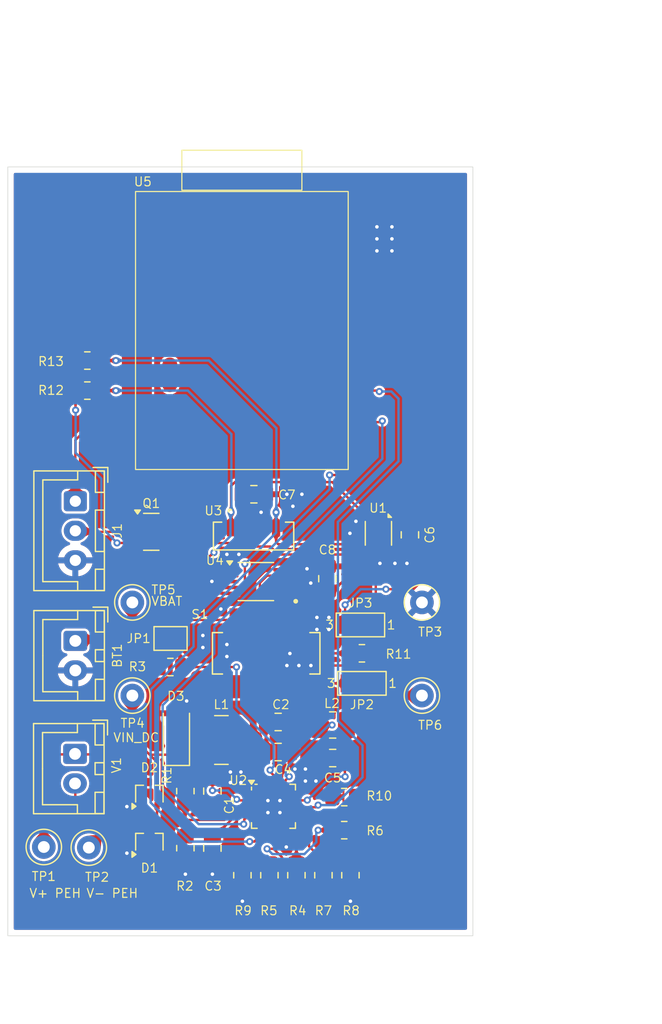
<source format=kicad_pcb>
(kicad_pcb (version 20241229) (generator "pcbnew") (generator_version "9.0")
  (layers (0 "F.Cu" signal) (2 "B.Cu" signal) (13 "F.Paste" user) (15 "B.Paste" user) (5 "F.SilkS" user "F.Silkscreen") (7 "B.SilkS" user "B.Silkscreen") (1 "F.Mask" user) (3 "B.Mask" user) (25 "Edge.Cuts" user))
  (net 0 "")
  (net 2 "GND")
  (net 3 "+3V3")
  (net 4 "/EN_SKU")
  (net 5 "/SDA")
  (net 6 "/SCL")
  (net 7 "/Vout_shunt+")
  (net 8 "/VPHE-")
  (net 9 "/VPHE+")
  (net 10 "Net-(D1-K)")
  (net 11 "/{slash}EN")
  (net 12 "/VBAT_OK")
  (net 13 "/Vout_shunt-")
  (net 14 "+5V")
  (net 15 "/VOUT_EN")
  (net 16 "/A_IN_SKU")
  (net 17 "Net-(D2-COM)")
  (net 18 "Net-(U2-VSTOR)")
  (net 19 "Net-(U2-VREF_SAMP)")
  (net 20 "Net-(JP2-A)")
  (net 21 "Net-(D1-COM)")
  (net 22 "Net-(U2-LBOOST)")
  (net 23 "Net-(U2-LBUCK)")
  (net 24 "Net-(U2-VOC_SAMP)")
  (net 25 "Net-(U2-OK_HYST)")
  (net 26 "Net-(U2-VRDIV)")
  (net 27 "Net-(U2-VBAT_OV)")
  (net 28 "Net-(U2-VOUT_SET)")
  (net 29 "Net-(U2-OK_PROG)")
  (net 31 "Net-(U4-Vbus)")
  (net 32 "Net-(U4-Vin-)")
  (net 63 "Net-(J1-Pin_2)")
  (footprint "Resistor_SMD:R_0805_2012Metric_Pad1.20x1.40mm_HandSolder" (layer "F.Cu") (at 155.2225 111.4535 180)
    (property "Reference" "R10")
    (property "Value" "4.75M")
  )
  (footprint "Package_TO_SOT_SMD:SOT-323_SC-70" (layer "F.Cu") (at 138.7285 111.1835 90)
    (property "Reference" "D2")
    (property "Value" "BAT54SW")
  )
  (footprint "Diode_SMD:D_MiniMELF" (layer "F.Cu") (at 141.0145 106.1195 90)
    (property "Reference" "D3")
    (property "Value" "BZV55B5V1")
  )
  (footprint "Package_TO_SOT_SMD:SOT-323_SC-70" (layer "F.Cu") (at 138.7285 115.2475 90)
    (property "Reference" "D1")
    (property "Value" "BAT54SW")
  )
  (footprint "Sensor_Humidity:Sensirion_DFN-4-1EP_2x2mm_P1mm_EP0.7x1.6mm" (layer "F.Cu") (at 158.115 89.154 -90)
    (property "Reference" "U1")
    (property "Value" "SHTC3")
  )
  (footprint "Resistor_SMD:R_0805_2012Metric_Pad1.20x1.40mm_HandSolder" (layer "F.Cu") (at 133.477 74.549 180)
    (property "Reference" "R13")
    (property "Value" "10K")
  )
  (footprint "Capacitor_SMD:C_0805_2012Metric_Pad1.18x1.45mm_HandSolder" (layer "F.Cu") (at 144.0625 110.9455 -90)
    (property "Reference" "C1")
    (property "Value" "4.7uF X7R")
  )
  (footprint "Capacitor_SMD:C_0805_2012Metric_Pad1.18x1.45mm_HandSolder" (layer "F.Cu") (at 149.629 105.1035)
    (property "Reference" "C2")
    (property "Value" "4.7uF X7R")
  )
  (footprint "Resistor_SMD:R_0805_2012Metric_Pad1.20x1.40mm_HandSolder" (layer "F.Cu") (at 151.1745 118.0575 90)
    (property "Reference" "R4")
    (property "Value" "1.24M")
  )
  (footprint "Inductor_SMD:L_Coilcraft_LPS4018" (layer "F.Cu") (at 144.8245 106.6275)
    (property "Reference" "L1")
    (property "Value" "LPS4018-223M")
  )
  (footprint "Resistor_SMD:R_0805_2012Metric_Pad1.20x1.40mm_HandSolder" (layer "F.Cu") (at 155.7465 118.0575 -90)
    (property "Reference" "R8")
    (property "Value" "4.99M")
  )
  (footprint "Resistor_SMD:R_0805_2012Metric_Pad1.20x1.40mm_HandSolder" (layer "F.Cu") (at 156.718 99.298 180)
    (property "Reference" "R11")
    (property "Value" "100m")
  )
  (footprint "TestPoint:TestPoint_Loop_D1.80mm_Drill1.0mm_Beaded" (layer "F.Cu") (at 129.794 115.6716)
    (property "Reference" "TP1")
    (property "Value" "V+ PEH")
  )
  (footprint "Resistor_SMD:R_0805_2012Metric_Pad1.20x1.40mm_HandSolder" (layer "F.Cu") (at 146.6025 118.0575 -90)
    (property "Reference" "R9")
    (property "Value" "5.62M")
  )
  (footprint "TestPoint:TestPoint_Loop_D1.80mm_Drill1.0mm_Beaded" (layer "F.Cu") (at 137.287 102.87)
    (property "Reference" "TP4")
    (property "Value" "VIN_DC")
  )
  (footprint "Resistor_SMD:R_0805_2012Metric_Pad1.20x1.40mm_HandSolder" (layer "F.Cu") (at 141.7765 115.7715 90)
    (property "Reference" "R2")
    (property "Value" "8.06M")
  )
  (footprint "Resistor_SMD:R_0805_2012Metric_Pad1.20x1.40mm_HandSolder" (layer "F.Cu") (at 140.5065 100.457 180)
    (property "Reference" "R3")
    (property "Value" "100m")
  )
  (footprint "lib:XDCR_VEML7700-TR" (layer "F.Cu") (at 147.5486 89.38424 90)
    (property "Reference" "U3")
    (property "Value" "VEML7700-TR")
  )
  (footprint "Capacitor_SMD:C_0805_2012Metric_Pad1.18x1.45mm_HandSolder" (layer "F.Cu") (at 154.244 108.1515 180)
    (property "Reference" "C5")
    (property "Value" "10uF X7R 10V")
  )
  (footprint "Capacitor_SMD:C_0805_2012Metric_Pad1.18x1.45mm_HandSolder" (layer "F.Cu") (at 149.629 107.6435)
    (property "Reference" "C4")
    (property "Value" "10nF C0G")
  )
  (footprint "TestPoint:TestPoint_Loop_D1.80mm_Drill1.0mm_Beaded" (layer "F.Cu") (at 161.798 102.87)
    (property "Reference" "TP6")
    (property "Value" "VOUT")
  )
  (footprint "Connector_JST:JST_XH_B2B-XH-A_1x02_P2.50mm_Vertical" (layer "F.Cu") (at 132.461 98.2455 -90)
    (property "Reference" "BT1")
    (property "Value" "Battery")
  )
  (footprint "Capacitor_SMD:C_0805_2012Metric_Pad1.18x1.45mm_HandSolder" (layer "F.Cu") (at 144.0625 115.7715 -90)
    (property "Reference" "C3")
    (property "Value" "10nF C0G")
  )
  (footprint "Inductor_SMD:L_1008_2520Metric_Pad1.43x2.20mm_HandSolder" (layer "F.Cu") (at 154.244 105.3575)
    (property "Reference" "L2")
    (property "Value" "DFE252012C-H-100M")
  )
  (footprint "Resistor_SMD:R_0805_2012Metric_Pad1.20x1.40mm_HandSolder" (layer "F.Cu") (at 133.477 77.089 180)
    (property "Reference" "R12")
    (property "Value" "10K")
  )
  (footprint "Jumper:SolderJumper-3_P1.3mm_Open_Pad1.0x1.5mm_NumberLabels" (layer "F.Cu") (at 156.718 101.838 180)
    (property "Reference" "JP2")
    (property "Value" "Jumper_3_Open")
  )
  (footprint "Package_DFN_QFN:QFN-20-1EP_3.5x3.5mm_P0.5mm_EP2x2mm" (layer "F.Cu") (at 149.233 112.2315)
    (property "Reference" "U2")
    (property "Value" "BQ25570")
  )
  (footprint "SLW-913535-2A-SMT:SW_SLW-913535-2A-SMT" (layer "F.Cu") (at 148.6154 99.298 180)
    (property "Reference" "S1")
    (property "Value" "SLW-913535-2A-SMT")
  )
  (footprint "ESP32S3_MINI_DEVBOARD:ESP32 super mini" (layer "F.Cu") (at 146.558 72.009)
    (property "Reference" "U5")
    (property "Value" "ESP32S3 Super Mini")
  )
  (footprint "TestPoint:TestPoint_Loop_D1.80mm_Drill1.0mm_Beaded" (layer "F.Cu") (at 133.604 115.7224)
    (property "Reference" "TP2")
    (property "Value" "V- PEH")
  )
  (footprint "Resistor_SMD:R_0805_2012Metric_Pad1.20x1.40mm_HandSolder" (layer "F.Cu") (at 141.7765 110.9455 90)
    (property "Reference" "R1")
    (property "Value" "2M")
  )
  (footprint "Resistor_SMD:R_0805_2012Metric_Pad1.20x1.40mm_HandSolder" (layer "F.Cu") (at 155.2225 114.2475)
    (property "Reference" "R6")
    (property "Value" "8.06M")
  )
  (footprint "Jumper:SolderJumper-2_P1.3mm_Open_Pad1.0x1.5mm" (layer "F.Cu") (at 140.5215 98.044 180)
    (property "Reference" "JP1")
    (property "Value" "Jumper_2_Open")
  )
  (footprint "TestPoint:TestPoint_Loop_D1.80mm_Drill1.0mm_Beaded" (layer "F.Cu") (at 161.798 94.996)
    (property "Reference" "TP3")
    (property "Value" "GND")
  )
  (footprint "Resistor_SMD:R_0805_2012Metric_Pad1.20x1.40mm_HandSolder" (layer "F.Cu") (at 153.4605 118.0575 90)
    (property "Reference" "R7")
    (property "Value" "6.65M")
  )
  (footprint "Capacitor_SMD:C_0805_2012Metric_Pad1.18x1.45mm_HandSolder" (layer "F.Cu") (at 147.574 85.852)
    (property "Reference" "C7")
    (property "Value" "100nF")
  )
  (footprint "Capacitor_SMD:C_0805_2012Metric_Pad1.18x1.45mm_HandSolder" (layer "F.Cu") (at 160.782 89.281 -90)
    (property "Reference" "C6")
    (property "Value" "100nF")
  )
  (footprint "Capacitor_SMD:C_0805_2012Metric_Pad1.18x1.45mm_HandSolder" (layer "F.Cu") (at 153.797 92.9894 90)
    (property "Reference" "C8")
    (property "Value" "100nF")
  )
  (footprint "Resistor_SMD:R_0805_2012Metric_Pad1.20x1.40mm_HandSolder" (layer "F.Cu") (at 148.8885 118.0575 90)
    (property "Reference" "R5")
    (property "Value" "7.32M")
  )
  (footprint "Jumper:SolderJumper-3_P1.3mm_Open_Pad1.0x1.5mm_NumberLabels" (layer "F.Cu") (at 156.591 96.901 180)
    (property "Reference" "JP3")
    (property "Value" "Jumper_3_Open")
  )
  (footprint "Package_TO_SOT_SMD:SOT-23" (layer "F.Cu") (at 138.8895 89.027)
    (property "Reference" "Q1")
    (property "Value" "IRLML6402TRPBF")
  )
  (footprint "TestPoint:TestPoint_Loop_D1.80mm_Drill1.0mm_Beaded" (layer "F.Cu") (at 137.287 94.996)
    (property "Reference" "TP5")
    (property "Value" "VBAT")
  )
  (footprint "Package_SO:VSSOP-10_3x3mm_P0.5mm" (layer "F.Cu") (at 147.742 93.234)
    (property "Reference" "U4")
    (property "Value" "INA226")
  )
  (footprint "Connector_JST:JST_XH_B2B-XH-A_1x02_P2.50mm_Vertical" (layer "F.Cu") (at 132.4356 107.7976 -90)
    (property "Reference" "V1")
    (property "Value" "VSIN")
  )
  (footprint "Connector_JST:JST_XH_B3B-XH-A_1x03_P2.50mm_Vertical" (layer "F.Cu") (at 132.461 86.4395 -90)
    (property "Reference" "J1")
    (property "Value" "JST-XH-A B3B")
  )
  (gr_rect (start 126.749 58.178) (end 166.113 123.178) (stroke (width 0.05)) (fill no) (layer "Edge.Cuts"))
  (segment (start 155.7465 119.0575) (end 155.7465 120.2565) (width 0.2) (layer "F.Cu") (net 2))
  (segment (start 144.0625 117.9705) (end 144.0625 116.809) (width 0.2) (layer "F.Cu") (net 2))
  (segment (start 149.9616 115.6716) (end 150.3172 115.6716) (width 0.2) (layer "F.Cu") (net 2))
  (segment (start 152.0149 93.734) (end 152.38925 93.35965) (width 0.2) (layer "F.Cu") (net 2))
  (segment (start 148.1836 88.4428) (end 148.1836 87.376) (width 0.2) (layer "F.Cu") (net 2))
  (segment (start 144.575 92.734) (end 145.542 92.734) (width 0.2) (layer "F.Cu") (net 2))
  (segment (start 138.0785 112.1835) (end 136.8955 112.1835) (width 0.2) (layer "F.Cu") (net 2))
  (segment (start 144.44 92.472) (end 144.44 92.599) (width 0.2) (layer "F.Cu") (net 2))
  (segment (start 144.44 92.345) (end 144.44 92.472) (width 0.2) (layer "F.Cu") (net 2))
  (segment (start 148.6115 85.852) (end 148.6115 86.9481) (width 0.2) (layer "F.Cu") (net 2))
  (segment (start 141.7765 117.9705) (end 141.7765 116.7715) (width 0.2) (layer "F.Cu") (net 2))
  (segment (start 141.8844 103.3272) (end 141.0716 104.14) (width 0.2) (layer "F.Cu") (net 2))
  (segment (start 160.782 90.3185) (end 160.782 91.44) (width 0.2) (layer "F.Cu") (net 2))
  (segment (start 145.542 92.234) (end 145.526 92.218) (width 0.2) (layer "F.Cu") (net 2))
  (segment (start 145.526 92.218) (end 144.567 92.218) (width 0.2) (layer "F.Cu") (net 2))
  (segment (start 141.0716 104.14) (end 141.0716 104.3124) (width 0.2) (layer "F.Cu") (net 2))
  (segment (start 158.6465 91.46) (end 158.6465 90.079) (width 0.2) (layer "F.Cu") (net 2))
  (segment (start 152.38925 93.35965) (end 153.797 91.9519) (width 0.2) (layer "F.Cu") (net 2))
  (segment (start 144.44 92.472) (end 144.44 92.796) (width 0.2) (layer "F.Cu") (net 2))
  (segment (start 136.8235 116.1925) (end 138.0235 116.1925) (width 0.2) (layer "F.Cu") (net 2))
  (segment (start 144.567 92.218) (end 144.44 92.345) (width 0.2) (layer "F.Cu") (net 2))
  (segment (start 141.0716 104.3124) (end 141.0145 104.3695) (width 0.2) (layer "F.Cu") (net 2))
  (segment (start 136.8955 112.1835) (end 136.8235 112.2555) (width 0.2) (layer "F.Cu") (net 2))
  (segment (start 160.782 91.44) (end 160.528 91.694) (width 0.2) (layer "F.Cu") (net 2))
  (segment (start 158.4125 91.694) (end 158.6465 91.46) (width 0.2) (layer "F.Cu") (net 2))
  (segment (start 144.44 92.599) (end 144.575 92.734) (width 0.2) (layer "F.Cu") (net 2))
  (segment (start 149.733 115.443) (end 149.9616 115.6716) (width 0.2) (layer "F.Cu") (net 2))
  (segment (start 148.6115 86.9481) (end 148.1836 87.376) (width 0.2) (layer "F.Cu") (net 2))
  (segment (start 149.733 113.919) (end 149.733 115.443) (width 0.2) (layer "F.Cu") (net 2))
  (segment (start 144.44 92.796) (end 144.018 93.218) (width 0.2) (layer "F.Cu") (net 2))
  (segment (start 138.0235 116.1925) (end 138.0785 116.2475) (width 0.2) (layer "F.Cu") (net 2))
  (segment (start 158.242 91.694) (end 158.4125 91.694) (width 0.2) (layer "F.Cu") (net 2))
  (segment (start 144.0625 116.809) (end 144.354 116.809) (width 0.2) (layer "F.Cu") (net 2))
  (segment (start 141.814 116.809) (end 141.7765 116.7715) (width 0.2) (layer "F.Cu") (net 2))
  (segment (start 149.942 93.734) (end 152.0149 93.734) (width 0.2) (layer "F.Cu") (net 2))
  (segment (start 146.6025 120.2565) (end 146.6025 119.0575) (width 0.2) (layer "F.Cu") (net 2))
  (via (at 148.7615 111.7475) (size 0.6) (drill 0.3) (layers "F.Cu" "B.Cu") (net 2))
  (via (at 150.622 99.314) (size 0.6) (drill 0.3) (layers "F.Cu" "B.Cu") (net 2))
  (via (at 146.6025 120.2565) (size 0.6) (drill 0.3) (layers "F.Cu" "B.Cu") (net 2))
  (via (at 150.368 100.33) (size 0.6) (drill 0.3) (layers "F.Cu" "B.Cu") (net 2))
  (via (at 146.4755 109.3345) (size 0.6) (drill 0.3) (layers "F.Cu" "B.Cu") (net 2))
  (via (at 151.9365 110.0965) (size 0.6) (drill 0.3) (layers "F.Cu" "B.Cu") (net 2))
  (via (at 159.258 64.262) (size 0.6) (drill 0.3) (layers "F.Cu" "B.Cu") (net 2))
  (via (at 144.018 93.218) (size 0.6) (drill 0.3) (layers "F.Cu" "B.Cu") (net 2))
  (via (at 159.258 63.246) (size 0.6) (drill 0.3) (layers "F.Cu" "B.Cu") (net 2))
  (via (at 152.4 100.33) (size 0.6) (drill 0.3) (layers "F.Cu" "B.Cu") (net 2))
  (via (at 136.8235 112.2555) (size 0.6) (drill 0.3) (layers "F.Cu" "B.Cu") (net 2))
  (via (at 148.7615 112.7635) (size 0.6) (drill 0.3) (layers "F.Cu" "B.Cu") (net 2))
  (via (at 151.0475 109.0805) (size 0.6) (drill 0.3) (layers "F.Cu" "B.Cu") (net 2))
  (via (at 149.7775 112.7635) (size 0.6) (drill 0.3) (layers "F.Cu" "B.Cu") (net 2))
  (via (at 149.7775 111.7475) (size 0.6) (drill 0.3) (layers "F.Cu" "B.Cu") (net 2))
  (via (at 159.258 65.278) (size 0.6) (drill 0.3) (layers "F.Cu" "B.Cu") (net 2))
  (via (at 160.528 91.694) (size 0.6) (drill 0.3) (layers "F.Cu" "B.Cu") (net 2))
  (via (at 152.0698 92.1512) (size 0.6) (drill 0.3) (layers "F.Cu" "B.Cu") (net 2))
  (via (at 157.988 64.262) (size 0.6) (drill 0.3) (layers "F.Cu" "B.Cu") (net 2))
  (via (at 152.908 97.282) (size 0.6) (drill 0.3) (layers "F.Cu" "B.Cu") (net 2))
  (via (at 157.988 63.246) (size 0.6) (drill 0.3) (layers "F.Cu" "B.Cu") (net 2))
  (via (at 143.256 98.806) (size 0.6) (drill 0.3) (layers "F.Cu" "B.Cu") (net 2))
  (via (at 155.702 89.154) (size 0.6) (drill 0.3) (layers "F.Cu" "B.Cu") (net 2))
  (via (at 145.5865 110.2235) (size 0.6) (drill 0.3) (layers "F.Cu" "B.Cu") (net 2))
  (via (at 155.7465 120.2565) (size 0.6) (drill 0.3) (layers "F.Cu" "B.Cu") (net 2))
  (via (at 159.512 91.694) (size 0.6) (drill 0.3) (layers "F.Cu" "B.Cu") (net 2))
  (via (at 153.924 96.266) (size 0.6) (drill 0.3) (layers "F.Cu" "B.Cu") (net 2))
  (via (at 148.1836 87.376) (size 0.6) (drill 0.3) (layers "F.Cu" "B.Cu") (net 2))
  (via (at 145.5865 109.3345) (size 0.6) (drill 0.3) (layers "F.Cu" "B.Cu") (net 2))
  (via (at 150.876 86.868) (size 0.6) (drill 0.3) (layers "F.Cu" "B.Cu") (net 2))
  (via (at 144.0625 117.9705) (size 0.6) (drill 0.3) (layers "F.Cu" "B.Cu") (net 2))
  (via (at 156.21 88.138) (size 0.6) (drill 0.3) (layers "F.Cu" "B.Cu") (net 2))
  (via (at 158.242 91.694) (size 0.6) (drill 0.3) (layers "F.Cu" "B.Cu") (net 2))
  (via (at 152.908 96.266) (size 0.6) (drill 0.3) (layers "F.Cu" "B.Cu") (net 2))
  (via (at 146.4755 110.2235) (size 0.6) (drill 0.3) (layers "F.Cu" "B.Cu") (net 2))
  (via (at 152.38925 93.35965) (size 0.6) (drill 0.3) (layers "F.Cu" "B.Cu") (net 2))
  (via (at 153.924 97.282) (size 0.6) (drill 0.3) (layers "F.Cu" "B.Cu") (net 2))
  (via (at 143.256 97.79) (size 0.6) (drill 0.3) (layers "F.Cu" "B.Cu") (net 2))
  (via (at 152.8255 110.0965) (size 0.6) (drill 0.3) (layers "F.Cu" "B.Cu") (net 2))
  (via (at 150.368 85.852) (size 0.6) (drill 0.3) (layers "F.Cu" "B.Cu") (net 2))
  (via (at 150.3172 115.6716) (size 0.6) (drill 0.3) (layers "F.Cu" "B.Cu") (net 2))
  (via (at 151.638 85.852) (size 0.6) (drill 0.3) (layers "F.Cu" "B.Cu") (net 2))
  (via (at 144.78 95.5548) (size 0.6) (drill 0.3) (layers "F.Cu" "B.Cu") (net 2))
  (via (at 146.304 90.932) (size 0.6) (drill 0.3) (layers "F.Cu" "B.Cu") (net 2))
  (via (at 151.384 100.33) (size 0.6) (drill 0.3) (layers "F.Cu" "B.Cu") (net 2))
  (via (at 141.7765 117.9705) (size 0.6) (drill 0.3) (layers "F.Cu" "B.Cu") (net 2))
  (via (at 157.988 65.278) (size 0.6) (drill 0.3) (layers "F.Cu" "B.Cu") (net 2))
  (via (at 151.9365 109.0805) (size 0.6) (drill 0.3) (layers "F.Cu" "B.Cu") (net 2))
  (via (at 141.8844 103.3272) (size 0.6) (drill 0.3) (layers "F.Cu" "B.Cu") (net 2))
  (via (at 145.288 90.932) (size 0.6) (drill 0.3) (layers "F.Cu" "B.Cu") (net 2))
  (via (at 145.288 98.552) (size 0.6) (drill 0.3) (layers "F.Cu" "B.Cu") (net 2))
  (via (at 145.288 99.568) (size 0.6) (drill 0.3) (layers "F.Cu" "B.Cu") (net 2))
  (via (at 136.8235 116.1925) (size 0.6) (drill 0.3) (layers "F.Cu" "B.Cu") (net 2))
  (segment (start 146.5365 87.1005) (end 146.5365 85.852) (width 0.2) (layer "F.Cu") (net 3))
  (segment (start 137.9418 89.9668) (end 137.952 89.977) (width 0.2) (layer "F.Cu") (net 3))
  (segment (start 148.971 90.2716) (end 149.6441 90.9447) (width 0.2) (layer "F.Cu") (net 3))
  (segment (start 147.3454 90.2716) (end 146.9136 89.8398) (width 0.2) (layer "F.Cu") (net 3))
  (segment (start 160.782 88.2435) (end 160.782 69.5452) (width 0.2) (layer "F.Cu") (net 3))
  (segment (start 158.1658 66.929) (end 155.702 66.929) (width 0.2) (layer "F.Cu") (net 3))
  (segment (start 161.29 92.456) (end 162.56 91.186) (width 0.2) (layer "F.Cu") (net 3))
  (segment (start 149.6441 90.9447) (end 152.4762 90.9447) (width 0.2) (layer "F.Cu") (net 3))
  (segment (start 162.56 88.773) (end 162.0305 88.2435) (width 0.2) (layer "F.Cu") (net 3))
  (segment (start 162.56 91.186) (end 162.56 88.773) (width 0.2) (layer "F.Cu") (net 3))
  (segment (start 157.099 92.456) (end 161.29 92.456) (width 0.2) (layer "F.Cu") (net 3))
  (segment (start 162.0305 88.2435) (end 160.782 88.2435) (width 0.2) (layer "F.Cu") (net 3))
  (segment (start 153.797 94.0269) (end 153.5899 94.234) (width 0.2) (layer "F.Cu") (net 3))
  (segment (start 135.9916 89.9668) (end 137.9418 89.9668) (width 0.2) (layer "F.Cu") (net 3))
  (segment (start 132.477 77.089) (end 132.477 78.7306) (width 0.2) (layer "F.Cu") (net 3))
  (segment (start 156.2227 91.5797) (end 156.591 91.948) (width 0.2) (layer "F.Cu") (net 3))
  (segment (start 157.891 96.901) (end 157.891 93.248) (width 0.2) (layer "F.Cu") (net 3))
  (segment (start 153.797 94.0269) (end 154.2835 94.0269) (width 0.2) (layer "F.Cu") (net 3))
  (segment (start 160.782 69.5452) (end 158.1658 66.929) (width 0.2) (layer "F.Cu") (net 3))
  (segment (start 146.9136 87.4776) (end 146.5365 87.1005) (width 0.2) (layer "F.Cu") (net 3))
  (segment (start 146.9136 89.05924) (end 146.9136 88.70924) (width 0.2) (layer "F.Cu") (net 3))
  (segment (start 137.952 89.977) (end 145.99584 89.977) (width 0.2) (layer "F.Cu") (net 3))
  (segment (start 146.9136 89.8398) (end 146.9136 88.70924) (width 0.2) (layer "F.Cu") (net 3))
  (segment (start 153.5899 94.234) (end 149.942 94.234) (width 0.2) (layer "F.Cu") (net 3))
  (segment (start 132.477 77.089) (end 132.477 74.549) (width 0.2) (layer "F.Cu") (net 3))
  (segment (start 146.9136 88.70924) (end 146.9136 87.4776) (width 0.2) (layer "F.Cu") (net 3))
  (segment (start 156.2227 92.0877) (end 156.2227 91.5797) (width 0.2) (layer "F.Cu") (net 3))
  (segment (start 157.0101 92.3671) (end 157.099 92.456) (width 0.2) (layer "F.Cu") (net 3))
  (segment (start 152.4762 90.9447) (end 155.5877 90.9447) (width 0.2) (layer "F.Cu") (net 3))
  (segment (start 155.5877 90.9447) (end 156.2227 91.5797) (width 0.2) (layer "F.Cu") (net 3))
  (segment (start 154.2835 94.0269) (end 156.2227 92.0877) (width 0.2) (layer "F.Cu") (net 3))
  (segment (start 160.782 88.2435) (end 158.6295 88.2435) (width 0.2) (layer "F.Cu") (net 3))
  (segment (start 156.591 91.948) (end 157.0101 92.3671) (width 0.2) (layer "F.Cu") (net 3))
  (segment (start 148.971 90.2716) (end 147.3454 90.2716) (width 0.2) (layer "F.Cu") (net 3))
  (segment (start 157.891 93.248) (end 157.0101 92.3671) (width 0.2) (layer "F.Cu") (net 3))
  (segment (start 145.99584 89.977) (end 146.9136 89.05924) (width 0.2) (layer "F.Cu") (net 3))
  (segment (start 132.477 78.7306) (end 132.4864 78.74) (width 0.2) (layer "F.Cu") (net 3))
  (segment (start 158.6295 88.2435) (end 158.615 88.229) (width 0.2) (layer "F.Cu") (net 3))
  (via (at 132.4864 78.74) (size 0.6) (drill 0.3) (layers "F.Cu" "B.Cu") (net 3))
  (via (at 135.9916 89.9668) (size 0.6) (drill 0.3) (layers "F.Cu" "B.Cu") (net 3))
  (segment (start 134.6708 88.646) (end 134.6708 84.5312) (width 0.2) (layer "B.Cu") (net 3))
  (segment (start 135.9916 89.9668) (end 134.6708 88.646) (width 0.2) (layer "B.Cu") (net 3))
  (segment (start 132.4864 82.3468) (end 132.4864 78.74) (width 0.2) (layer "B.Cu") (net 3))
  (segment (start 134.6708 84.5312) (end 132.4864 82.3468) (width 0.2) (layer "B.Cu") (net 3))
  (segment (start 137.952 88.077) (end 136.7434 88.077) (width 0.2) (layer "F.Cu") (net 4))
  (segment (start 136.7434 88.077) (end 135.6487 86.9823) (width 0.2) (layer "F.Cu") (net 4))
  (segment (start 135.4836 82.6008) (end 135.4836 86.8172) (width 0.2) (layer "F.Cu") (net 4))
  (segment (start 135.4836 86.8172) (end 135.6487 86.9823) (width 0.2) (layer "F.Cu") (net 4))
  (segment (start 137.922 82.169) (end 135.9154 82.169) (width 0.2) (layer "F.Cu") (net 4))
  (segment (start 135.9154 82.169) (end 135.4836 82.6008) (width 0.2) (layer "F.Cu") (net 4))
  (segment (start 146.300824 93.734) (end 145.542 93.734) (width 0.2) (layer "F.Cu") (net 5))
  (segment (start 157.615 90.079) (end 149.642 90.079) (width 0.2) (layer "F.Cu") (net 5))
  (segment (start 146.812 93.222824) (end 146.300824 93.734) (width 0.2) (layer "F.Cu") (net 5))
  (segment (start 134.477 74.549) (end 135.89 74.549) (width 0.2) (layer "F.Cu") (net 5))
  (segment (start 149.4536 89.8906) (end 149.4536 88.70924) (width 0.2) (layer "F.Cu") (net 5))
  (segment (start 149.4536 87.376) (end 149.4536 88.70924) (width 0.2) (layer "F.Cu") (net 5))
  (segment (start 149.642 90.079) (end 149.4536 89.8906) (width 0.2) (layer "F.Cu") (net 5))
  (segment (start 137.922 74.549) (end 135.89 74.549) (width 0.2) (layer "F.Cu") (net 5))
  (segment (start 146.812 91.7448) (end 146.812 93.222824) (width 0.2) (layer "F.Cu") (net 5))
  (via (at 149.4536 87.376) (size 0.6) (drill 0.3) (layers "F.Cu" "B.Cu") (net 5))
  (via (at 146.812 91.7448) (size 0.6) (drill 0.3) (layers "F.Cu" "B.Cu") (net 5))
  (via (at 135.89 74.549) (size 0.6) (drill 0.3) (layers "F.Cu" "B.Cu") (net 5))
  (segment (start 149.479 80.264) (end 143.764 74.549) (width 0.2) (layer "B.Cu") (net 5))
  (segment (start 146.812 91.7448) (end 149.4536 89.1032) (width 0.2) (layer "B.Cu") (net 5))
  (segment (start 149.479 87.3506) (end 149.479 80.264) (width 0.2) (layer "B.Cu") (net 5))
  (segment (start 149.4536 89.1032) (end 149.4536 87.376) (width 0.2) (layer "B.Cu") (net 5))
  (segment (start 143.764 74.549) (end 135.89 74.549) (width 0.2) (layer "B.Cu") (net 5))
  (segment (start 149.4536 87.376) (end 149.479 87.3506) (width 0.2) (layer "B.Cu") (net 5))
  (segment (start 145.96384 84.826) (end 145.6436 85.14624) (width 0.2) (layer "F.Cu") (net 6))
  (segment (start 157.615 88.229) (end 154.212 84.826) (width 0.2) (layer "F.Cu") (net 6))
  (segment (start 143.331 91.5936) (end 143.331 93.7154) (width 0.2) (layer "F.Cu") (net 6))
  (segment (start 143.331 93.7154) (end 143.8496 94.234) (width 0.2) (layer "F.Cu") (net 6))
  (segment (start 143.9926 90.9828) (end 143.9418 90.9828) (width 0.2) (layer "F.Cu") (net 6))
  (segment (start 145.6436 87.376) (end 145.6436 88.70924) (width 0.2) (layer "F.Cu") (net 6))
  (segment (start 134.477 77.089) (end 135.89 77.089) (width 0.2) (layer "F.Cu") (net 6))
  (segment (start 143.9418 90.9828) (end 143.331 91.5936) (width 0.2) (layer "F.Cu") (net 6))
  (segment (start 154.212 84.826) (end 145.96384 84.826) (width 0.2) (layer "F.Cu") (net 6))
  (segment (start 137.922 77.089) (end 135.89 77.089) (width 0.2) (layer "F.Cu") (net 6))
  (segment (start 144.1958 90.7796) (end 143.9926 90.9828) (width 0.2) (layer "F.Cu") (net 6))
  (segment (start 143.8496 94.234) (end 145.542 94.234) (width 0.2) (layer "F.Cu") (net 6))
  (segment (start 145.6436 85.14624) (end 145.6436 87.376) (width 0.2) (layer "F.Cu") (net 6))
  (via (at 135.89 77.089) (size 0.6) (drill 0.3) (layers "F.Cu" "B.Cu") (net 6))
  (via (at 144.1958 90.7796) (size 0.6) (drill 0.3) (layers "F.Cu" "B.Cu") (net 6))
  (via (at 145.6436 87.376) (size 0.6) (drill 0.3) (layers "F.Cu" "B.Cu") (net 6))
  (segment (start 145.669 87.3506) (end 145.669 80.772) (width 0.2) (layer "B.Cu") (net 6))
  (segment (start 145.6436 87.376) (end 145.669 87.3506) (width 0.2) (layer "B.Cu") (net 6))
  (segment (start 145.5928 87.4268) (end 145.6436 87.376) (width 0.2) (layer "B.Cu") (net 6))
  (segment (start 144.1958 90.7796) (end 145.5928 89.3826) (width 0.2) (layer "B.Cu") (net 6))
  (segment (start 145.669 80.772) (end 141.986 77.089) (width 0.2) (layer "B.Cu") (net 6))
  (segment (start 145.5928 89.3826) (end 145.5928 87.4268) (width 0.2) (layer "B.Cu") (net 6))
  (segment (start 141.986 77.089) (end 135.89 77.089) (width 0.2) (layer "B.Cu") (net 6))
  (segment (start 152.1564 102.123) (end 153.9494 100.33) (width 0.2) (layer "F.Cu") (net 7))
  (segment (start 156.686 100.33) (end 156.718 100.298) (width 0.2) (layer "F.Cu") (net 7))
  (segment (start 151.1154 102.123) (end 152.1564 102.123) (width 0.2) (layer "F.Cu") (net 7))
  (segment (start 156.718 100.298) (end 156.718 101.838) (width 0.2) (layer "F.Cu") (net 7))
  (segment (start 157.718 99.298) (end 156.718 100.298) (width 0.2) (layer "F.Cu") (net 7))
  (segment (start 153.9494 100.33) (end 156.686 100.33) (width 0.2) (layer "F.Cu") (net 7))
  (segment (start 139.8715 98.044) (end 137.922 98.044) (width 0.2) (layer "F.Cu") (net 8))
  (segment (start 146.1154 96.473) (end 140.382 96.473) (width 0.2) (layer "F.Cu") (net 8))
  (segment (start 140.1064 96.7486) (end 139.8715 96.9835) (width 0.2) (layer "F.Cu") (net 8))
  (segment (start 139.5065 100.457) (end 139.5065 99.6345) (width 0.2) (layer "F.Cu") (net 8))
  (segment (start 155.418 101.838) (end 154.0162 101.838) (width 0.2) (layer "F.Cu") (net 8))
  (segment (start 154.0162 101.838) (end 152.3238 103.5304) (width 0.2) (layer "F.Cu") (net 8))
  (segment (start 152.3238 103.5304) (end 147.7772 103.5304) (width 0.2) (layer "F.Cu") (net 8))
  (segment (start 139.8715 99.2695) (end 139.8715 98.044) (width 0.2) (layer "F.Cu") (net 8))
  (segment (start 147.2692 99.2886) (end 146.1154 98.1348) (width 0.2) (layer "F.Cu") (net 8))
  (segment (start 147.2692 103.0224) (end 147.2692 99.2886) (width 0.2) (layer "F.Cu") (net 8))
  (segment (start 139.5065 99.6345) (end 139.8715 99.2695) (width 0.2) (layer "F.Cu") (net 8))
  (segment (start 146.1154 98.1348) (end 146.1154 96.473) (width 0.2) (layer "F.Cu") (net 8))
  (segment (start 140.382 96.473) (end 140.1064 96.7486) (width 0.2) (layer "F.Cu") (net 8))
  (segment (start 137.287 97.409) (end 137.922 98.044) (width 0.2) (layer "F.Cu") (net 8))
  (segment (start 137.287 94.996) (end 137.287 97.409) (width 0.2) (layer "F.Cu") (net 8))
  (segment (start 132.6625 98.044) (end 132.461 98.2455) (width 0.2) (layer "F.Cu") (net 8))
  (segment (start 137.287 98.044) (end 132.6625 98.044) (width 0.2) (layer "F.Cu") (net 8))
  (segment (start 137.922 98.044) (end 137.287 98.044) (width 0.2) (layer "F.Cu") (net 8))
  (segment (start 147.7772 103.5304) (end 147.2692 103.0224) (width 0.2) (layer "F.Cu") (net 8))
  (segment (start 139.8715 96.9835) (end 139.8715 98.044) (width 0.2) (layer "F.Cu") (net 8))
  (segment (start 149.233 109.593) (end 149.233 110.544) (width 0.2) (layer "F.Cu") (net 9))
  (segment (start 141.1715 99.2615) (end 141.5065 99.5965) (width 0.2) (layer "F.Cu") (net 9))
  (segment (start 141.5065 99.5965) (end 141.5065 100.457) (width 0.2) (layer "F.Cu") (net 9))
  (segment (start 148.9456 109.1692) (end 148.9456 109.3056) (width 0.2) (layer "F.Cu") (net 9))
  (segment (start 141.1715 98.044) (end 141.1715 99.2615) (width 0.2) (layer "F.Cu") (net 9))
  (segment (start 146.1008 100.457) (end 146.1008 102.1084) (width 0.2) (layer "F.Cu") (net 9))
  (segment (start 146.1008 100.457) (end 141.5065 100.457) (width 0.2) (layer "F.Cu") (net 9))
  (segment (start 148.9456 109.3056) (end 149.233 109.593) (width 0.2) (layer "F.Cu") (net 9))
  (segment (start 146.1008 102.1084) (end 146.1154 102.123) (width 0.2) (layer "F.Cu") (net 9))
  (via (at 146.1008 100.457) (size 0.6) (drill 0.3) (layers "F.Cu" "B.Cu") (net 9))
  (via (at 148.9456 109.1692) (size 0.6) (drill 0.3) (layers "F.Cu" "B.Cu") (net 9))
  (segment (start 146.1008 100.457) (end 146.1008 103.8352) (width 0.2) (layer "B.Cu") (net 9))
  (segment (start 149.2504 106.9848) (end 149.2504 108.8644) (width 0.2) (layer "B.Cu") (net 9))
  (segment (start 146.1008 103.8352) (end 149.2504 106.9848) (width 0.2) (layer "B.Cu") (net 9))
  (segment (start 149.2504 108.8644) (end 148.9456 109.1692) (width 0.2) (layer "B.Cu") (net 9))
  (segment (start 137.287 102.87) (end 137.287 106.4006) (width 0.2) (layer "F.Cu") (net 10))
  (segment (start 139.3785 108.4921) (end 138.7559 107.8695) (width 0.2) (layer "F.Cu") (net 10))
  (segment (start 138.7559 107.8695) (end 141.0145 107.8695) (width 0.2) (layer "F.Cu") (net 10))
  (segment (start 139.3785 112.1835) (end 139.3785 116.2475) (width 0.2) (layer "F.Cu") (net 10))
  (segment (start 147.5455 111.7315) (end 146.20956 111.7315) (width 0.2) (layer "F.Cu") (net 10))
  (segment (start 144.0688 109.9143) (end 144.0625 109.908) (width 0.2) (layer "F.Cu") (net 10))
  (segment (start 144.0688 110.8955) (end 144.0688 109.9143) (width 0.2) (layer "F.Cu") (net 10))
  (segment (start 146.20956 111.7315) (end 146.119866 111.641806) (width 0.2) (layer "F.Cu") (net 10))
  (segment (start 137.287 106.4006) (end 138.7559 107.8695) (width 0.2) (layer "F.Cu") (net 10))
  (segment (start 139.3785 112.1835) (end 139.3785 108.4921) (width 0.2) (layer "F.Cu") (net 10))
  (via (at 146.119866 111.641806) (size 0.6) (drill 0.3) (layers "F.Cu" "B.Cu") (net 10))
  (via (at 144.0688 110.8955) (size 0.6) (drill 0.3) (layers "F.Cu" "B.Cu") (net 10))
  (segment (start 146.119866 111.641806) (end 145.37356 110.8955) (width 0.2) (layer "B.Cu") (net 10))
  (segment (start 145.37356 110.8955) (end 144.0688 110.8955) (width 0.2) (layer "B.Cu") (net 10))
  (segment (start 146.7612 113.6904) (end 146.7612 113.3348) (width 0.2) (layer "F.Cu") (net 11))
  (segment (start 146.7104 113.7412) (end 146.7612 113.6904) (width 0.2) (layer "F.Cu") (net 11))
  (segment (start 146.8645 113.2315) (end 147.5455 113.2315) (width 0.2) (layer "F.Cu") (net 11))
  (segment (start 158.3436 79.756) (end 155.829 79.756) (width 0.2) (layer "F.Cu") (net 11))
  (segment (start 155.829 79.756) (end 155.702 79.629) (width 0.2) (layer "F.Cu") (net 11))
  (segment (start 158.4452 79.6544) (end 158.3436 79.756) (width 0.2) (layer "F.Cu") (net 11))
  (segment (start 146.7612 113.3348) (end 146.8645 113.2315) (width 0.2) (layer "F.Cu") (net 11))
  (via (at 146.7104 113.7412) (size 0.6) (drill 0.3) (layers "F.Cu" "B.Cu") (net 11))
  (via (at 158.4452 79.6544) (size 0.6) (drill 0.3) (layers "F.Cu" "B.Cu") (net 11))
  (segment (start 139.8524 110.6932) (end 139.8524 103.6828) (width 0.2) (layer "B.Cu") (net 11))
  (segment (start 144.219 99.3162) (end 144.219 97.0788) (width 0.2) (layer "B.Cu") (net 11))
  (segment (start 142.9004 113.7412) (end 139.8524 110.6932) (width 0.2) (layer "B.Cu") (net 11))
  (segment (start 158.4452 82.8526) (end 158.4452 79.6544) (width 0.2) (layer "B.Cu") (net 11))
  (segment (start 139.8524 103.6828) (end 144.219 99.3162) (width 0.2) (layer "B.Cu") (net 11))
  (segment (start 144.219 97.0788) (end 158.4452 82.8526) (width 0.2) (layer "B.Cu") (net 11))
  (segment (start 146.7104 113.7412) (end 142.9004 113.7412) (width 0.2) (layer "B.Cu") (net 11))
  (segment (start 150.9205 112.2315) (end 151.767557 112.2315) (width 0.2) (layer "F.Cu") (net 12))
  (segment (start 155.702 77.089) (end 158.115 77.089) (width 0.2) (layer "F.Cu") (net 12))
  (segment (start 152.8309 112.3102) (end 153.0096 112.1315) (width 0.2) (layer "F.Cu") (net 12))
  (segment (start 158.115 77.089) (end 158.1912 77.1652) (width 0.2) (layer "F.Cu") (net 12))
  (segment (start 151.767557 112.2315) (end 151.846257 112.3102) (width 0.2) (layer "F.Cu") (net 12))
  (segment (start 151.846257 112.3102) (end 152.8309 112.3102) (width 0.2) (layer "F.Cu") (net 12))
  (via (at 153.0096 112.1315) (size 0.6) (drill 0.3) (layers "F.Cu" "B.Cu") (net 12))
  (via (at 158.1912 77.1652) (size 0.6) (drill 0.3) (layers "F.Cu" "B.Cu") (net 12))
  (segment (start 154.6946 93.4212) (end 154.686 93.4126) (width 0.2) (layer "B.Cu") (net 12))
  (segment (start 159.8168 83.058) (end 159.8168 77.7748) (width 0.2) (layer "B.Cu") (net 12))
  (segment (start 159.8168 77.7748) (end 159.2072 77.1652) (width 0.2) (layer "B.Cu") (net 12))
  (segment (start 154.686 88.1888) (end 159.8168 83.058) (width 0.2) (layer "B.Cu") (net 12))
  (segment (start 156.7688 109.7788) (end 156.7688 107.084057) (width 0.2) (layer "B.Cu") (net 12))
  (segment (start 154.4161 112.1315) (end 156.7688 109.7788) (width 0.2) (layer "B.Cu") (net 12))
  (segment (start 154.6946 105.009857) (end 154.6946 93.4212) (width 0.2) (layer "B.Cu") (net 12))
  (segment (start 156.7688 107.084057) (end 154.6946 105.009857) (width 0.2) (layer "B.Cu") (net 12))
  (segment (start 153.0096 112.1315) (end 154.4161 112.1315) (width 0.2) (layer "B.Cu") (net 12))
  (segment (start 159.2072 77.1652) (end 158.1912 77.1652) (width 0.2) (layer "B.Cu") (net 12))
  (segment (start 154.686 93.4126) (end 154.686 88.1888) (width 0.2) (layer "B.Cu") (net 12))
  (segment (start 155.718 99.298) (end 156.591 98.425) (width 0.2) (layer "F.Cu") (net 13))
  (segment (start 151.1154 98.6644) (end 151.749 99.298) (width 0.2) (layer "F.Cu") (net 13))
  (segment (start 151.749 99.298) (end 155.718 99.298) (width 0.2) (layer "F.Cu") (net 13))
  (segment (start 151.1154 96.473) (end 151.1154 98.6644) (width 0.2) (layer "F.Cu") (net 13))
  (segment (start 156.591 98.425) (end 156.591 96.901) (width 0.2) (layer "F.Cu") (net 13))
  (segment (start 155.2956 95.1992) (end 155.2956 96.8964) (width 0.2) (layer "F.Cu") (net 14))
  (segment (start 163.8808 66.6496) (end 163.8808 91.7956) (width 0.2) (layer "F.Cu") (net 14))
  (segment (start 159.0802 61.849) (end 159.4104 62.1792) (width 0.2) (layer "F.Cu") (net 14))
  (segment (start 155.2956 96.8964) (end 155.291 96.901) (width 0.2) (layer "F.Cu") (net 14))
  (segment (start 163.158508 91.7956) (end 161.075708 93.8784) (width 0.2) (layer "F.Cu") (net 14))
  (segment (start 159.4104 62.1792) (end 163.8808 66.6496) (width 0.2) (layer "F.Cu") (net 14))
  (segment (start 161.075708 93.8784) (end 158.75 93.8784) (width 0.2) (layer "F.Cu") (net 14))
  (segment (start 163.8808 91.7956) (end 163.158508 91.7956) (width 0.2) (layer "F.Cu") (net 14))
  (segment (start 155.702 61.849) (end 159.0802 61.849) (width 0.2) (layer "F.Cu") (net 14))
  (via (at 158.75 93.8784) (size 0.6) (drill 0.3) (layers "F.Cu" "B.Cu") (net 14))
  (via (at 155.2956 95.1992) (size 0.6) (drill 0.3) (layers "F.Cu" "B.Cu") (net 14))
  (segment (start 156.6164 93.8784) (end 155.2956 95.1992) (width 0.2) (layer "B.Cu") (net 14))
  (segment (start 158.75 93.8784) (end 156.6164 93.8784) (width 0.2) (layer "B.Cu") (net 14))
  (segment (start 147.6165 115.2144) (end 148.233 114.5979) (width 0.2) (layer "F.Cu") (net 15))
  (segment (start 156.0322 83.8454) (end 156.0322 82.4992) (width 0.2) (layer "F.Cu") (net 15))
  (segment (start 156.0322 82.4992) (end 155.702 82.169) (width 0.2) (layer "F.Cu") (net 15))
  (segment (start 153.98116 84.226) (end 155.6516 84.226) (width 0.2) (layer "F.Cu") (net 15))
  (segment (start 147.2184 115.2144) (end 147.6165 115.2144) (width 0.2) (layer "F.Cu") (net 15))
  (segment (start 148.233 114.5979) (end 148.233 113.919) (width 0.2) (layer "F.Cu") (net 15))
  (segment (start 155.6516 84.226) (end 156.0322 83.8454) (width 0.2) (layer "F.Cu") (net 15))
  (via (at 153.98116 84.226) (size 0.6) (drill 0.3) (layers "F.Cu" "B.Cu") (net 15))
  (via (at 147.2184 115.2144) (size 0.6) (drill 0.3) (layers "F.Cu" "B.Cu") (net 15))
  (segment (start 153.98116 85.425583) (end 153.98116 84.226) (width 0.2) (layer "B.Cu") (net 15))
  (segment (start 138.8364 102.362) (end 142.4686 98.7298) (width 0.2) (layer "B.Cu") (net 15))
  (segment (start 142.1384 115.2144) (end 138.8364 111.9124) (width 0.2) (layer "B.Cu") (net 15))
  (segment (start 147.2184 115.2144) (end 142.1384 115.2144) (width 0.2) (layer "B.Cu") (net 15))
  (segment (start 142.4686 98.7298) (end 142.4686 96.938144) (width 0.2) (layer "B.Cu") (net 15))
  (segment (start 138.8364 111.9124) (end 138.8364 102.362) (width 0.2) (layer "B.Cu") (net 15))
  (segment (start 142.4686 96.938144) (end 153.98116 85.425583) (width 0.2) (layer "B.Cu") (net 15))
  (segment (start 134.112 79.629) (end 137.922 79.629) (width 0.2) (layer "F.Cu") (net 16))
  (segment (start 132.461 86.4395) (end 132.461 81.28) (width 0.2) (layer "F.Cu") (net 16))
  (segment (start 132.461 81.28) (end 134.112 79.629) (width 0.2) (layer "F.Cu") (net 16))
  (segment (start 138.7285 110.1835) (end 136.388 107.843) (width 0.2) (layer "F.Cu") (net 17))
  (segment (start 136.388 107.843) (end 132.461 107.843) (width 0.2) (layer "F.Cu") (net 17))
  (segment (start 130.155 107.843) (end 132.461 107.843) (width 0.2) (layer "F.Cu") (net 17))
  (segment (start 129.794 108.204) (end 130.155 107.843) (width 0.2) (layer "F.Cu") (net 17))
  (segment (start 129.794 115.6716) (end 129.794 108.204) (width 0.2) (layer "F.Cu") (net 17))
  (segment (start 148.336 109.511143) (end 148.336 108.8136) (width 0.2) (layer "F.Cu") (net 18))
  (segment (start 148.336 108.8136) (end 148.5915 108.5581) (width 0.2) (layer "F.Cu") (net 18))
  (segment (start 148.5915 108.5581) (end 148.5915 107.6435) (width 0.2) (layer "F.Cu") (net 18))
  (segment (start 148.5915 105.1035) (end 148.5915 107.6435) (width 0.2) (layer "F.Cu") (net 18))
  (segment (start 148.733 109.908143) (end 148.336 109.511143) (width 0.2) (layer "F.Cu") (net 18))
  (segment (start 148.733 110.544) (end 148.733 109.908143) (width 0.2) (layer "F.Cu") (net 18))
  (segment (start 144.3035 114.734) (end 146.2977 112.7398) (width 0.2) (layer "F.Cu") (net 19))
  (segment (start 146.2977 112.7315) (end 147.5455 112.7315) (width 0.2) (layer "F.Cu") (net 19))
  (segment (start 144.0625 114.734) (end 144.3035 114.734) (width 0.2) (layer "F.Cu") (net 19))
  (segment (start 146.2977 112.7398) (end 146.2977 112.7315) (width 0.2) (layer "F.Cu") (net 19))
  (segment (start 152.0729 111.7315) (end 152.0952 111.7092) (width 0.2) (layer "F.Cu") (net 20))
  (segment (start 155.2815 109.4599) (end 155.2815 108.1515) (width 0.2) (layer "F.Cu") (net 20))
  (segment (start 155.4065 105.3575) (end 155.4065 103.8005) (width 0.2) (layer "F.Cu") (net 20))
  (segment (start 158.018 102.586) (end 157.099 103.505) (width 0.2) (layer "F.Cu") (net 20))
  (segment (start 157.099 103.505) (end 155.702 103.505) (width 0.2) (layer "F.Cu") (net 20))
  (segment (start 155.2956 109.474) (end 155.2815 109.4599) (width 0.2) (layer "F.Cu") (net 20))
  (segment (start 155.2956 109.728) (end 155.2956 109.474) (width 0.2) (layer "F.Cu") (net 20))
  (segment (start 158.018 101.838) (end 158.018 102.586) (width 0.2) (layer "F.Cu") (net 20))
  (segment (start 155.4065 108.0265) (end 155.2815 108.1515) (width 0.2) (layer "F.Cu") (net 20))
  (segment (start 155.4065 103.8005) (end 155.702 103.505) (width 0.2) (layer "F.Cu") (net 20))
  (segment (start 150.9205 111.7315) (end 152.0729 111.7315) (width 0.2) (layer "F.Cu") (net 20))
  (segment (start 159.05 102.87) (end 158.018 101.838) (width 0.2) (layer "F.Cu") (net 20))
  (segment (start 161.798 102.87) (end 159.05 102.87) (width 0.2) (layer "F.Cu") (net 20))
  (segment (start 155.4065 105.3575) (end 155.4065 108.0265) (width 0.2) (layer "F.Cu") (net 20))
  (via (at 152.0952 111.7092) (size 0.6) (drill 0.3) (layers "F.Cu" "B.Cu") (net 20))
  (via (at 155.2956 109.728) (size 0.6) (drill 0.3) (layers "F.Cu" "B.Cu") (net 20))
  (segment (start 155.2956 109.728) (end 154.0764 109.728) (width 0.2) (layer "B.Cu") (net 20))
  (segment (start 154.0764 109.728) (end 152.0952 111.7092) (width 0.2) (layer "B.Cu") (net 20))
  (segment (start 135.0755 114.2475) (end 135.0789 114.2475) (width 0.2) (layer "F.Cu") (net 21))
  (segment (start 135.0789 114.2475) (end 133.604 115.7224) (width 0.2) (layer "F.Cu") (net 21))
  (segment (start 138.7285 114.2475) (end 135.0789 114.2475) (width 0.2) (layer "F.Cu") (net 21))
  (segment (start 132.461 110.343) (end 132.461 111.633) (width 0.2) (layer "F.Cu") (net 21))
  (segment (start 132.461 111.633) (end 135.0755 114.2475) (width 0.2) (layer "F.Cu") (net 21))
  (segment (start 148.2344 110.0328) (end 146.5895 108.3879) (width 0.2) (layer "F.Cu") (net 22))
  (segment (start 146.5895 108.3879) (end 146.5895 106.6275) (width 0.2) (layer "F.Cu") (net 22))
  (segment (start 148.233 110.0342) (end 148.2344 110.0328) (width 0.2) (layer "F.Cu") (net 22))
  (segment (start 148.233 110.544) (end 148.233 110.0342) (width 0.2) (layer "F.Cu") (net 22))
  (segment (start 154.194 105.3592) (end 153.0832 105.3592) (width 0.2) (layer "F.Cu") (net 23))
  (segment (start 153.0832 105.3592) (end 153.0815 105.3575) (width 0.2) (layer "F.Cu") (net 23))
  (segment (start 150.56472 109.718409) (end 150.233 110.050129) (width 0.2) (layer "F.Cu") (net 23))
  (segment (start 150.233 110.050129) (end 150.233 110.544) (width 0.2) (layer "F.Cu") (net 23))
  (via (at 150.56472 109.718409) (size 0.6) (drill 0.3) (layers "F.Cu" "B.Cu") (net 23))
  (via (at 154.194 105.3592) (size 0.6) (drill 0.3) (layers "F.Cu" "B.Cu") (net 23))
  (segment (start 150.341009 109.718409) (end 150.2664 109.6438) (width 0.2) (layer "B.Cu") (net 23))
  (segment (start 150.2664 109.011657) (end 153.918857 105.3592) (width 0.2) (layer "B.Cu") (net 23))
  (segment (start 150.2664 109.6438) (end 150.2664 109.011657) (width 0.2) (layer "B.Cu") (net 23))
  (segment (start 153.918857 105.3592) (end 154.194 105.3592) (width 0.2) (layer "B.Cu") (net 23))
  (segment (start 150.56472 109.718409) (end 150.341009 109.718409) (width 0.2) (layer "B.Cu") (net 23))
  (segment (start 145.0848 113.3856) (end 141.7765 113.3856) (width 0.2) (layer "F.Cu") (net 24))
  (segment (start 141.7765 114.7715) (end 141.7765 113.3856) (width 0.2) (layer "F.Cu") (net 24))
  (segment (start 145.4912 112.9792) (end 145.0848 113.3856) (width 0.2) (layer "F.Cu") (net 24))
  (segment (start 141.7765 113.3856) (end 141.7765 111.9455) (width 0.2) (layer "F.Cu") (net 24))
  (segment (start 145.4912 112.9709) (end 145.4912 112.9792) (width 0.2) (layer "F.Cu") (net 24))
  (segment (start 146.2306 112.2315) (end 145.4912 112.9709) (width 0.2) (layer "F.Cu") (net 24))
  (segment (start 147.5455 112.2315) (end 146.2306 112.2315) (width 0.2) (layer "F.Cu") (net 24))
  (segment (start 150.4696 114.6556) (end 151.1745 115.3605) (width 0.2) (layer "F.Cu") (net 25))
  (segment (start 150.233 113.919) (end 150.233 114.6556) (width 0.2) (layer "F.Cu") (net 25))
  (segment (start 150.233 114.6556) (end 150.4696 114.6556) (width 0.2) (layer "F.Cu") (net 25))
  (segment (start 151.1745 115.3605) (end 151.1745 117.0575) (width 0.2) (layer "F.Cu") (net 25))
  (segment (start 151.1745 117.0575) (end 151.4605 117.0575) (width 0.2) (layer "F.Cu") (net 25))
  (segment (start 151.4605 117.0575) (end 153.4605 119.0575) (width 0.2) (layer "F.Cu") (net 25))
  (segment (start 150.2664 119.0575) (end 151.1745 119.0575) (width 0.2) (layer "F.Cu") (net 26))
  (segment (start 149.37278 115.95562) (end 149.9616 116.54444) (width 0.2) (layer "F.Cu") (net 26))
  (segment (start 148.8885 119.0575) (end 150.2664 119.0575) (width 0.2) (layer "F.Cu") (net 26))
  (segment (start 149.233 113.919) (end 149.2895 113.9755) (width 0.2) (layer "F.Cu") (net 26))
  (segment (start 149.9616 116.54444) (end 149.9616 118.7527) (width 0.2) (layer "F.Cu") (net 26))
  (segment (start 149.24116 115.824) (end 148.6916 115.824) (width 0.2) (layer "F.Cu") (net 26))
  (segment (start 153.0113 114.2475) (end 154.2225 114.2475) (width 0.2) (layer "F.Cu") (net 26))
  (segment (start 149.37278 115.95562) (end 149.24116 115.824) (width 0.2) (layer "F.Cu") (net 26))
  (segment (start 149.9616 118.7527) (end 150.2664 119.0575) (width 0.2) (layer "F.Cu") (net 26))
  (segment (start 149.2895 113.9755) (end 149.2895 115.87234) (width 0.2) (layer "F.Cu") (net 26))
  (segment (start 149.2895 115.87234) (end 149.37278 115.95562) (width 0.2) (layer "F.Cu") (net 26))
  (via (at 153.0113 114.2475) (size 0.6) (drill 0.3) (layers "F.Cu" "B.Cu") (net 26))
  (via (at 148.6916 115.824) (size 0.6) (drill 0.3) (layers "F.Cu" "B.Cu") (net 26))
  (segment (start 149.1402 116.2726) (end 148.6916 115.824) (width 0.2) (layer "B.Cu") (net 26))
  (segment (start 152.8572 115.2652) (end 151.8498 116.2726) (width 0.2) (layer "B.Cu") (net 26))
  (segment (start 153.0113 114.2475) (end 152.8572 114.4016) (width 0.2) (layer "B.Cu") (net 26))
  (segment (start 151.8498 116.2726) (end 149.1402 116.2726) (width 0.2) (layer "B.Cu") (net 26))
  (segment (start 152.8572 114.4016) (end 152.8572 115.2652) (width 0.2) (layer "B.Cu") (net 26))
  (segment (start 148.733 114.665) (end 147.7772 115.6208) (width 0.2) (layer "F.Cu") (net 27))
  (segment (start 147.7772 116.7019) (end 147.4216 117.0575) (width 0.2) (layer "F.Cu") (net 27))
  (segment (start 146.6025 117.0575) (end 147.4216 117.0575) (width 0.2) (layer "F.Cu") (net 27))
  (segment (start 147.4216 117.0575) (end 148.8885 117.0575) (width 0.2) (layer "F.Cu") (net 27))
  (segment (start 148.733 113.919) (end 148.733 114.665) (width 0.2) (layer "F.Cu") (net 27))
  (segment (start 147.7772 115.6208) (end 147.7772 116.7019) (width 0.2) (layer "F.Cu") (net 27))
  (segment (start 150.9205 112.7315) (end 155.9114 112.7315) (width 0.2) (layer "F.Cu") (net 28))
  (segment (start 155.9114 112.7315) (end 156.2225 112.4204) (width 0.2) (layer "F.Cu") (net 28))
  (segment (start 156.2225 112.4204) (end 156.2225 111.4535) (width 0.2) (layer "F.Cu") (net 28))
  (segment (start 156.2225 114.2475) (end 156.2225 112.4204) (width 0.2) (layer "F.Cu") (net 28))
  (segment (start 152.2476 115.6208) (end 152.2476 113.5888) (width 0.2) (layer "F.Cu") (net 29))
  (segment (start 153.4605 117.0575) (end 153.4605 116.8337) (width 0.2) (layer "F.Cu") (net 29))
  (segment (start 153.4605 116.8337) (end 152.2476 115.6208) (width 0.2) (layer "F.Cu") (net 29))
  (segment (start 152.2476 113.5888) (end 151.8903 113.2315) (width 0.2) (layer "F.Cu") (net 29))
  (segment (start 155.7465 117.0575) (end 153.4605 117.0575) (width 0.2) (layer "F.Cu") (net 29))
  (segment (start 151.8903 113.2315) (end 150.9205 113.2315) (width 0.2) (layer "F.Cu") (net 29))
  (segment (start 149.942 92.234) (end 151.0444 92.234) (width 0.2) (layer "F.Cu") (net 31))
  (segment (start 149.8346 99.1362) (end 148.6154 100.3554) (width 0.2) (layer "F.Cu") (net 31))
  (segment (start 148.6154 100.3554) (end 148.6154 102.123) (width 0.2) (layer "F.Cu") (net 31))
  (segment (start 149.183176 93.234) (end 148.717 93.700176) (width 0.2) (layer "F.Cu") (net 31))
  (segment (start 149.419776 94.9706) (end 149.4282 94.9706) (width 0.2) (layer "F.Cu") (net 31))
  (segment (start 149.8346 95.377) (end 149.8346 99.1362) (width 0.2) (layer "F.Cu") (net 31))
  (segment (start 148.717 93.700176) (end 148.717 94.267824) (width 0.2) (layer "F.Cu") (net 31))
  (segment (start 151.0444 92.234) (end 151.384 92.5736) (width 0.2) (layer "F.Cu") (net 31))
  (segment (start 151.384 92.5736) (end 151.384 92.9546) (width 0.2) (layer "F.Cu") (net 31))
  (segment (start 151.384 92.9546) (end 151.1046 93.234) (width 0.2) (layer "F.Cu") (net 31))
  (segment (start 148.717 94.267824) (end 149.419776 94.9706) (width 0.2) (layer "F.Cu") (net 31))
  (segment (start 151.1046 93.234) (end 149.942 93.234) (width 0.2) (layer "F.Cu") (net 31))
  (segment (start 149.4282 94.9706) (end 149.8346 95.377) (width 0.2) (layer "F.Cu") (net 31))
  (segment (start 149.942 93.234) (end 149.183176 93.234) (width 0.2) (layer "F.Cu") (net 31))
  (segment (start 148.6154 96.473) (end 148.6154 95.0214) (width 0.2) (layer "F.Cu") (net 32))
  (segment (start 148.082 93.345) (end 148.693 92.734) (width 0.2) (layer "F.Cu") (net 32))
  (segment (start 148.082 94.488) (end 148.082 93.345) (width 0.2) (layer "F.Cu") (net 32))
  (segment (start 148.6154 95.0214) (end 148.082 94.488) (width 0.2) (layer "F.Cu") (net 32))
  (segment (start 148.693 92.734) (end 149.942 92.734) (width 0.2) (layer "F.Cu") (net 32))
  (segment (start 132.5485 89.027) (end 132.461 88.9395) (width 0.2) (layer "F.Cu") (net 63))
  (segment (start 139.827 89.027) (end 132.5485 89.027) (width 0.2) (layer "F.Cu") (net 63))
  (zone (net 10) (net_name "Net-(D1-K)") (layer "F.Cu") (priority 2) (connect_pads (clearance 0.2)) (min_thickness 0.25) (fill yes (thermal_gap 0.25) (thermal_bridge_width 0.5))
    (polygon (pts (xy 145.0785 110.4775) (xy 145.0785 103.7211) (xy 142.1575 103.7211) (xy 140.1763 103.7211) (xy 140.1763 110.4775)))
  )
  (zone (net 2) (net_name "GND") (layer "F.Cu") (priority 1) (connect_pads (clearance 0.2)) (min_thickness 0.25) (fill yes (thermal_gap 0.25) (thermal_bridge_width 0.5))
    (polygon (pts (xy 142.589102 113.3985) (xy 142.595666 103.73559) (xy 144.8245 103.7465) (xy 155.2385 103.7465) (xy 155.2385 109.8425) (xy 155.2385 113.3985)))
  )
  (zone (net 2) (net_name "GND") (layers "F.Cu" "B.Cu") (connect_pads (clearance 0.2)) (min_thickness 0.25) (fill yes (thermal_gap 0.5) (thermal_bridge_width 0.5))
    (polygon (pts (xy 166.9288 57.531) (xy 166.9288 124.46) (xy 126.0856 124.46) (xy 126.0856 57.531)))
  )
)
</source>
